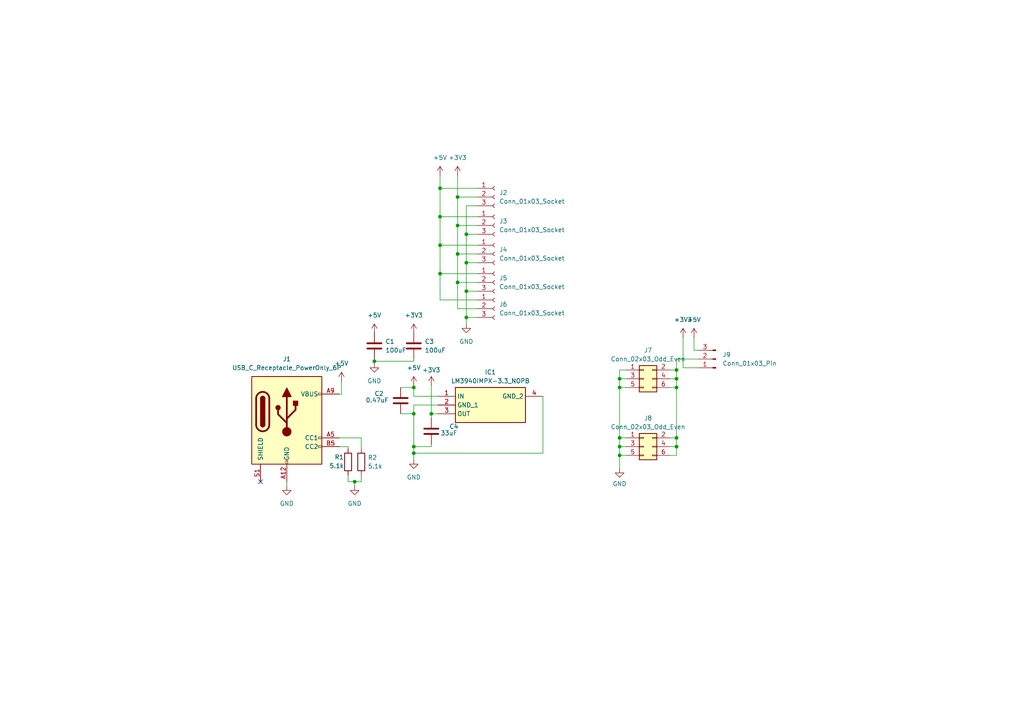
<source format=kicad_sch>
(kicad_sch (version 20231120) (generator "eeschema") (generator_version "8.0")
  (paper "A4")
  (lib_symbols
    (symbol "Connector:Conn_01x03_Pin" (pin_names (offset 1.016) hide)
      (property "Reference" "J" (at 0 5.08 0))
      (property "Value" "Conn_01x03_Pin" (at 0 -5.08 0))
      (symbol "Conn_01x03_Pin_1_1"
        (polyline (pts (xy 1.27 -2.54) (xy 0.8636 -2.54)) (stroke (width 0.1524)))
        (polyline (pts (xy 1.27 0) (xy 0.8636 0)) (stroke (width 0.1524)))
        (polyline (pts (xy 1.27 2.54) (xy 0.8636 2.54)) (stroke (width 0.1524)))
        (rectangle (start 0.8636 -2.413) (end 0 -2.667) (stroke (width 0.1524)) (fill (type outline)))
        (rectangle (start 0.8636 0.127) (end 0 -0.127) (stroke (width 0.1524)) (fill (type outline)))
        (rectangle (start 0.8636 2.667) (end 0 2.413) (stroke (width 0.1524)) (fill (type outline)))
        (pin passive line (at 5.08 2.54 180) (length 3.81) (name "Pin_1") (number "1"))
        (pin passive line (at 5.08 0 180) (length 3.81) (name "Pin_2") (number "2"))
        (pin passive line (at 5.08 -2.54 180) (length 3.81) (name "Pin_3") (number "3"))
      )
    )
    (symbol "Connector:Conn_01x03_Socket" (pin_names (offset 1.016) hide)
      (property "Reference" "J" (at 0 5.08 0))
      (property "Value" "Conn_01x03_Socket" (at 0 -5.08 0))
      (symbol "Conn_01x03_Socket_1_1"
        (arc (start 0 -2.032) (mid -0.5058 -2.54) (end 0 -3.048) (stroke (width 0.1524)))
        (polyline (pts (xy -1.27 -2.54) (xy -0.508 -2.54)) (stroke (width 0.1524)))
        (polyline (pts (xy -1.27 0) (xy -0.508 0)) (stroke (width 0.1524)))
        (polyline (pts (xy -1.27 2.54) (xy -0.508 2.54)) (stroke (width 0.1524)))
        (arc (start 0 0.508) (mid -0.5058 0) (end 0 -0.508) (stroke (width 0.1524)))
        (arc (start 0 3.048) (mid -0.5058 2.54) (end 0 2.032) (stroke (width 0.1524)))
        (pin passive line (at -5.08 2.54 0) (length 3.81) (name "Pin_1") (number "1"))
        (pin passive line (at -5.08 0 0) (length 3.81) (name "Pin_2") (number "2"))
        (pin passive line (at -5.08 -2.54 0) (length 3.81) (name "Pin_3") (number "3"))
      )
    )
    (symbol "Connector:USB_C_Receptacle_PowerOnly_6P" (pin_names (offset 1.016))
      (property "Reference" "J" (at 0 16.51 0))
      (property "Value" "USB_C_Receptacle_PowerOnly_6P" (at 0 13.97 0))
      (symbol "USB_C_Receptacle_PowerOnly_6P_0_0"
        (rectangle (start -0.254 -12.7) (end 0.254 -11.684))
        (rectangle (start 10.16 -7.366) (end 9.144 -7.874))
        (rectangle (start 10.16 -4.826) (end 9.144 -5.334))
        (rectangle (start 10.16 7.874) (end 9.144 7.366))
      )
      (symbol "USB_C_Receptacle_PowerOnly_6P_0_1"
        (rectangle (start -10.16 12.7) (end 10.16 -12.7) (stroke (width 0.254)) (fill (type background)))
        (arc (start -8.89 -1.27) (mid -6.985 -3.1667) (end -5.08 -1.27) (stroke (width 0.508)))
        (arc (start -7.62 -1.27) (mid -6.985 -1.9023) (end -6.35 -1.27) (stroke (width 0.254)))
        (arc (start -7.62 -1.27) (mid -6.985 -1.9023) (end -6.35 -1.27) (stroke (width 0.254)) (fill (type outline)))
        (rectangle (start -7.62 -1.27) (end -6.35 6.35) (stroke (width 0.254)) (fill (type outline)))
        (arc (start -6.35 6.35) (mid -6.985 6.9823) (end -7.62 6.35) (stroke (width 0.254)))
        (arc (start -6.35 6.35) (mid -6.985 6.9823) (end -7.62 6.35) (stroke (width 0.254)) (fill (type outline)))
        (arc (start -5.08 6.35) (mid -6.985 8.2467) (end -8.89 6.35) (stroke (width 0.508)))
        (circle (center -2.54 3.683) (radius 0.635) (stroke (width 0.254)) (fill (type outline)))
        (circle (center 0 -3.302) (radius 1.27) (fill (type outline)))
        (polyline (pts (xy -8.89 -1.27) (xy -8.89 6.35)) (stroke (width 0.508)))
        (polyline (pts (xy -5.08 6.35) (xy -5.08 -1.27)) (stroke (width 0.508)))
        (polyline (pts (xy 0 -3.302) (xy 0 6.858)) (stroke (width 0.508)))
        (polyline (pts (xy 0 -0.762) (xy -2.54 1.778) (xy -2.54 3.048)) (stroke (width 0.508)))
        (polyline (pts (xy 0 0.508) (xy 2.54 3.048) (xy 2.54 4.318)) (stroke (width 0.508)))
        (polyline (pts (xy -1.27 6.858) (xy 0 9.398) (xy 1.27 6.858) (xy -1.27 6.858)) (stroke (width 0.254)) (fill (type outline)))
        (rectangle (start 1.905 4.318) (end 3.175 5.588) (stroke (width 0.254)) (fill (type outline)))
      )
      (symbol "USB_C_Receptacle_PowerOnly_6P_1_1"
        (pin passive line (at 0 -17.78 90) (length 5.08) (name "GND") (number "A12"))
        (pin bidirectional line (at 15.24 -5.08 180) (length 5.08) (name "CC1") (number "A5"))
        (pin passive line (at 15.24 7.62 180) (length 5.08) (name "VBUS") (number "A9"))
        (pin passive line (at 0 -17.78 90) (length 5.08) hide (name "GND") (number "B12"))
        (pin bidirectional line (at 15.24 -7.62 180) (length 5.08) (name "CC2") (number "B5"))
        (pin passive line (at 15.24 7.62 180) (length 5.08) hide (name "VBUS") (number "B9"))
        (pin passive line (at -7.62 -17.78 90) (length 5.08) (name "SHIELD") (number "S1"))
      )
    )
    (symbol "Connector_Generic:Conn_02x03_Odd_Even" (pin_names (offset 1.016) hide)
      (property "Reference" "J" (at 1.27 5.08 0))
      (property "Value" "Conn_02x03_Odd_Even" (at 1.27 -5.08 0))
      (symbol "Conn_02x03_Odd_Even_1_1"
        (rectangle (start -1.27 -2.413) (end 0 -2.667) (stroke (width 0.1524)))
        (rectangle (start -1.27 0.127) (end 0 -0.127) (stroke (width 0.1524)))
        (rectangle (start -1.27 2.667) (end 0 2.413) (stroke (width 0.1524)))
        (rectangle (start -1.27 3.81) (end 3.81 -3.81) (stroke (width 0.254)) (fill (type background)))
        (rectangle (start 3.81 -2.413) (end 2.54 -2.667) (stroke (width 0.1524)))
        (rectangle (start 3.81 0.127) (end 2.54 -0.127) (stroke (width 0.1524)))
        (rectangle (start 3.81 2.667) (end 2.54 2.413) (stroke (width 0.1524)))
        (pin passive line (at -5.08 2.54 0) (length 3.81) (name "Pin_1") (number "1"))
        (pin passive line (at 7.62 2.54 180) (length 3.81) (name "Pin_2") (number "2"))
        (pin passive line (at -5.08 0 0) (length 3.81) (name "Pin_3") (number "3"))
        (pin passive line (at 7.62 0 180) (length 3.81) (name "Pin_4") (number "4"))
        (pin passive line (at -5.08 -2.54 0) (length 3.81) (name "Pin_5") (number "5"))
        (pin passive line (at 7.62 -2.54 180) (length 3.81) (name "Pin_6") (number "6"))
      )
    )
    (symbol "Device:C" (pin_numbers hide) (pin_names (offset 0.254))
      (property "Reference" "C" (at 0.635 2.54 0))
      (property "Value" "C" (at 0.635 -2.54 0))
      (symbol "C_0_1"
        (polyline (pts (xy -2.032 -0.762) (xy 2.032 -0.762)) (stroke (width 0.508)))
        (polyline (pts (xy -2.032 0.762) (xy 2.032 0.762)) (stroke (width 0.508)))
      )
      (symbol "C_1_1"
        (pin passive line (at 0 3.81 270) (length 2.794) (name "~") (number "1"))
        (pin passive line (at 0 -3.81 90) (length 2.794) (name "~") (number "2"))
      )
    )
    (symbol "Device:R" (pin_numbers hide) (pin_names (offset 0))
      (property "Reference" "R" (at 2.032 0 90))
      (property "Value" "R" (at 0 0 90))
      (symbol "R_0_1"
        (rectangle (start -1.016 -2.54) (end 1.016 2.54) (stroke (width 0.254)))
      )
      (symbol "R_1_1"
        (pin passive line (at 0 3.81 270) (length 1.27) (name "~") (number "1"))
        (pin passive line (at 0 -3.81 90) (length 1.27) (name "~") (number "2"))
      )
    )
    (symbol "LM3940IMPX-3_3_NOPB:LM3940IMPX-3.3_NOPB"
      (property "Reference" "IC" (at 26.67 7.62 0))
      (property "Value" "LM3940IMPX-3.3_NOPB" (at 26.67 5.08 0))
      (symbol "LM3940IMPX-3.3_NOPB_1_1"
        (rectangle (start 5.08 2.54) (end 25.4 -7.62) (stroke (width 0.254)) (fill (type background)))
        (pin passive line (at 0 0 0) (length 5.08) (name "IN") (number "1"))
        (pin passive line (at 0 -2.54 0) (length 5.08) (name "GND_1") (number "2"))
        (pin passive line (at 0 -5.08 0) (length 5.08) (name "OUT") (number "3"))
        (pin passive line (at 30.48 0 180) (length 5.08) (name "GND_2") (number "4"))
      )
    )
    (symbol "power:+3V3" (power) (pin_numbers hide) (pin_names (offset 0) hide)
      (property "Value" "+3V3" (at 0 3.556 0))
      (symbol "+3V3_0_1"
        (polyline (pts (xy -0.762 1.27) (xy 0 2.54)))
        (polyline (pts (xy 0 0) (xy 0 2.54)))
        (polyline (pts (xy 0 2.54) (xy 0.762 1.27)))
      )
      (symbol "+3V3_1_1"
        (pin power_in line (at 0 0 90) (length 0) (name "~") (number "1"))
      )
    )
    (symbol "power:+5V" (power) (pin_numbers hide) (pin_names (offset 0) hide)
      (property "Value" "+5V" (at 0 3.556 0))
      (symbol "+5V_0_1"
        (polyline (pts (xy -0.762 1.27) (xy 0 2.54)))
        (polyline (pts (xy 0 0) (xy 0 2.54)))
        (polyline (pts (xy 0 2.54) (xy 0.762 1.27)))
      )
      (symbol "+5V_1_1"
        (pin power_in line (at 0 0 90) (length 0) (name "~") (number "1"))
      )
    )
    (symbol "power:GND" (power) (pin_numbers hide) (pin_names (offset 0) hide)
      (property "Value" "GND" (at 0 -3.81 0))
      (symbol "GND_0_1"
        (polyline (pts (xy 0 0) (xy 0 -1.27) (xy 1.27 -1.27) (xy 0 -2.54) (xy -1.27 -1.27) (xy 0 -1.27)))
      )
      (symbol "GND_1_1"
        (pin power_in line (at 0 0 270) (length 0) (name "~") (number "1"))
      )
    )
  )
  (junction (at 179.705 112.395))
  (junction (at 135.255 76.2))
  (junction (at 127.635 62.865))
  (junction (at 127.635 79.375))
  (junction (at 179.705 109.855))
  (junction (at 125.095 120.015))
  (junction (at 132.715 81.915))
  (junction (at 102.87 139.7))
  (junction (at 179.705 132.08))
  (junction (at 132.715 73.66))
  (junction (at 127.635 54.61))
  (junction (at 196.215 127))
  (junction (at 135.255 84.455))
  (junction (at 135.255 67.945))
  (junction (at 120.015 112.395))
  (junction (at 108.585 104.775))
  (junction (at 120.015 120.015))
  (junction (at 196.215 112.395))
  (junction (at 132.715 57.15))
  (junction (at 196.215 129.54))
  (junction (at 120.015 129.54))
  (junction (at 135.255 92.075))
  (junction (at 196.215 109.855))
  (junction (at 196.215 107.315))
  (junction (at 179.705 129.54))
  (junction (at 179.705 127))
  (junction (at 127.635 71.12))
  (junction (at 132.715 65.405))
  (junction (at 120.015 131.445))
  (no_connect (at 75.565 139.7))
  (wire (pts (xy 127.635 79.375) (xy 127.635 86.995)))
  (wire (pts (xy 196.215 109.855) (xy 196.215 107.315)))
  (wire (pts (xy 135.255 67.945) (xy 138.43 67.945)))
  (wire (pts (xy 135.255 76.2) (xy 138.43 76.2)))
  (wire (pts (xy 127.635 79.375) (xy 138.43 79.375)))
  (wire (pts (xy 100.965 139.7) (xy 102.87 139.7)))
  (wire (pts (xy 157.48 131.445) (xy 157.48 114.935)))
  (wire (pts (xy 100.965 129.54) (xy 100.965 130.175)))
  (wire (pts (xy 202.565 101.6) (xy 201.295 101.6)))
  (wire (pts (xy 179.705 135.89) (xy 179.705 132.08)))
  (wire (pts (xy 132.715 65.405) (xy 138.43 65.405)))
  (wire (pts (xy 102.87 139.7) (xy 104.775 139.7)))
  (wire (pts (xy 83.185 139.7) (xy 83.185 140.97)))
  (wire (pts (xy 179.705 112.395) (xy 179.705 109.855)))
  (wire (pts (xy 99.06 114.3) (xy 98.425 114.3)))
  (wire (pts (xy 132.715 57.15) (xy 132.715 65.405)))
  (wire (pts (xy 135.255 92.075) (xy 138.43 92.075)))
  (wire (pts (xy 127.635 62.865) (xy 138.43 62.865)))
  (wire (pts (xy 120.015 112.395) (xy 120.015 114.935)))
  (wire (pts (xy 120.015 129.54) (xy 125.095 129.54)))
  (wire (pts (xy 196.215 107.315) (xy 194.31 107.315)))
  (wire (pts (xy 127.635 54.61) (xy 127.635 62.865)))
  (wire (pts (xy 135.255 76.2) (xy 135.255 67.945)))
  (wire (pts (xy 132.715 57.15) (xy 138.43 57.15)))
  (wire (pts (xy 102.87 140.97) (xy 102.87 139.7)))
  (wire (pts (xy 132.715 81.915) (xy 138.43 81.915)))
  (wire (pts (xy 196.215 129.54) (xy 194.31 129.54)))
  (wire (pts (xy 99.06 110.49) (xy 99.06 114.3)))
  (wire (pts (xy 125.095 111.76) (xy 125.095 120.015)))
  (wire (pts (xy 98.425 127) (xy 104.775 127)))
  (wire (pts (xy 194.31 109.855) (xy 196.215 109.855)))
  (wire (pts (xy 125.095 121.285) (xy 125.095 120.015)))
  (wire (pts (xy 194.31 112.395) (xy 196.215 112.395)))
  (wire (pts (xy 135.255 93.98) (xy 135.255 92.075)))
  (wire (pts (xy 116.205 120.015) (xy 120.015 120.015)))
  (wire (pts (xy 127.635 62.865) (xy 127.635 71.12)))
  (wire (pts (xy 120.015 117.475) (xy 127 117.475)))
  (wire (pts (xy 132.715 89.535) (xy 138.43 89.535)))
  (wire (pts (xy 108.585 104.775) (xy 120.015 104.775)))
  (wire (pts (xy 132.715 81.915) (xy 132.715 89.535)))
  (wire (pts (xy 202.565 106.68) (xy 198.12 106.68)))
  (wire (pts (xy 196.215 127) (xy 196.215 129.54)))
  (wire (pts (xy 135.255 92.075) (xy 135.255 84.455)))
  (wire (pts (xy 127.635 71.12) (xy 127.635 79.375)))
  (wire (pts (xy 135.255 59.69) (xy 138.43 59.69)))
  (wire (pts (xy 196.215 127) (xy 194.31 127)))
  (wire (pts (xy 120.015 120.015) (xy 120.015 117.475)))
  (wire (pts (xy 179.705 129.54) (xy 179.705 127)))
  (wire (pts (xy 202.565 104.14) (xy 196.215 104.14)))
  (wire (pts (xy 120.015 131.445) (xy 120.015 129.54)))
  (wire (pts (xy 135.255 84.455) (xy 138.43 84.455)))
  (wire (pts (xy 135.255 84.455) (xy 135.255 76.2)))
  (wire (pts (xy 196.215 104.14) (xy 196.215 107.315)))
  (wire (pts (xy 108.585 105.41) (xy 108.585 104.775)))
  (wire (pts (xy 196.215 129.54) (xy 196.215 132.08)))
  (wire (pts (xy 132.715 65.405) (xy 132.715 73.66)))
  (wire (pts (xy 120.015 111.76) (xy 120.015 112.395)))
  (wire (pts (xy 196.215 112.395) (xy 196.215 109.855)))
  (wire (pts (xy 98.425 129.54) (xy 100.965 129.54)))
  (wire (pts (xy 196.215 112.395) (xy 196.215 127)))
  (wire (pts (xy 120.015 104.775) (xy 120.015 104.14)))
  (wire (pts (xy 179.705 112.395) (xy 181.61 112.395)))
  (wire (pts (xy 179.705 107.315) (xy 181.61 107.315)))
  (wire (pts (xy 104.775 127) (xy 104.775 130.175)))
  (wire (pts (xy 135.255 67.945) (xy 135.255 59.69)))
  (wire (pts (xy 132.715 73.66) (xy 138.43 73.66)))
  (wire (pts (xy 201.295 97.79) (xy 201.295 101.6)))
  (wire (pts (xy 120.015 131.445) (xy 157.48 131.445)))
  (wire (pts (xy 116.205 112.395) (xy 120.015 112.395)))
  (wire (pts (xy 120.015 129.54) (xy 120.015 120.015)))
  (wire (pts (xy 179.705 132.08) (xy 181.61 132.08)))
  (wire (pts (xy 100.965 137.795) (xy 100.965 139.7)))
  (wire (pts (xy 132.715 50.8) (xy 132.715 57.15)))
  (wire (pts (xy 120.015 133.35) (xy 120.015 131.445)))
  (wire (pts (xy 179.705 127) (xy 179.705 112.395)))
  (wire (pts (xy 127 120.015) (xy 125.095 120.015)))
  (wire (pts (xy 120.015 114.935) (xy 127 114.935)))
  (wire (pts (xy 179.705 127) (xy 181.61 127)))
  (wire (pts (xy 127.635 54.61) (xy 138.43 54.61)))
  (wire (pts (xy 179.705 109.855) (xy 179.705 107.315)))
  (wire (pts (xy 125.095 129.54) (xy 125.095 128.905)))
  (wire (pts (xy 196.215 132.08) (xy 194.31 132.08)))
  (wire (pts (xy 104.775 139.7) (xy 104.775 137.795)))
  (wire (pts (xy 198.12 97.79) (xy 198.12 106.68)))
  (wire (pts (xy 127.635 50.8) (xy 127.635 54.61)))
  (wire (pts (xy 127.635 71.12) (xy 138.43 71.12)))
  (wire (pts (xy 132.715 73.66) (xy 132.715 81.915)))
  (wire (pts (xy 179.705 129.54) (xy 181.61 129.54)))
  (wire (pts (xy 179.705 109.855) (xy 181.61 109.855)))
  (wire (pts (xy 179.705 132.08) (xy 179.705 129.54)))
  (wire (pts (xy 127.635 86.995) (xy 138.43 86.995)))
  (wire (pts (xy 108.585 104.775) (xy 108.585 104.14)))
  (symbol (lib_id "Connector:Conn_01x03_Socket") (at 143.51 81.915 0) (unit 1)
    (property "Reference" "J5" (at 144.78 80.6449 0) (effects (justify left)))
    (property "Value" "Conn_01x03_Socket" (at 144.78 83.1849 0) (effects (justify left)))
    (property "Footprint" "Connector_JST:JST_EH_B3B-EH-A_1x03_P2.50mm_Vertical" (effects (hide yes)))
    (property "Description" "Generic connector, single row, 01x03, script generated" (effects (hide yes)))
  )
  (symbol (lib_id "Connector:Conn_01x03_Socket") (at 143.51 89.535 0) (unit 1)
    (property "Reference" "J6" (at 144.78 88.2649 0) (effects (justify left)))
    (property "Value" "Conn_01x03_Socket" (at 144.78 90.8049 0) (effects (justify left)))
    (property "Footprint" "Connector_JST:JST_EH_B3B-EH-A_1x03_P2.50mm_Vertical" (effects (hide yes)))
    (property "Description" "Generic connector, single row, 01x03, script generated" (effects (hide yes)))
  )
  (symbol (lib_id "power:GND") (at 179.705 135.89 0) (unit 1)
    (property "Reference" "#PWR013" (effects (hide yes)))
    (property "Value" "GND" (at 179.705 140.335 0))
    (property "Description" "Power symbol creates a global label with name \"GND\" , ground" (effects (hide yes)))
  )
  (symbol (lib_id "Connector_Generic:Conn_02x03_Odd_Even") (at 186.69 129.54 0) (unit 1)
    (property "Reference" "J8" (at 187.96 121.285 0))
    (property "Value" "Conn_02x03_Odd_Even" (at 187.96 123.825 0))
    (property "Footprint" "Connector_PinHeader_2.54mm:PinHeader_2x03_P2.54mm_Vertical" (effects (hide yes)))
    (property "Description" "Generic connector, double row, 02x03, odd/even pin numbering scheme (row 1 odd numbers, row 2 even numbers), script generated (kicad-library-utils/schlib/autogen/connector/)" (effects (hide yes)))
  )
  (symbol (lib_id "Device:R") (at 104.775 133.985 0) (unit 1)
    (property "Reference" "R2" (at 106.68 132.7149 0) (effects (justify left)))
    (property "Value" "5.1k" (at 106.68 135.2549 0) (effects (justify left)))
    (property "Footprint" "Resistor_SMD:R_0603_1608Metric" (effects (hide yes)))
    (property "Description" "Resistor" (effects (hide yes)))
  )
  (symbol (lib_id "Connector_Generic:Conn_02x03_Odd_Even") (at 186.69 109.855 0) (unit 1)
    (property "Reference" "J7" (at 187.96 101.6 0))
    (property "Value" "Conn_02x03_Odd_Even" (at 187.96 104.14 0))
    (property "Footprint" "Connector_PinHeader_2.54mm:PinHeader_2x03_P2.54mm_Vertical" (effects (hide yes)))
    (property "Description" "Generic connector, double row, 02x03, odd/even pin numbering scheme (row 1 odd numbers, row 2 even numbers), script generated (kicad-library-utils/schlib/autogen/connector/)" (effects (hide yes)))
  )
  (symbol (lib_id "power:+5V") (at 127.635 50.8 0) (unit 1)
    (property "Reference" "#PWR010" (effects (hide yes)))
    (property "Value" "+5V" (at 127.635 45.72 0))
    (property "Description" "Power symbol creates a global label with name \"+5V\"" (effects (hide yes)))
  )
  (symbol (lib_id "power:GND") (at 83.185 140.97 0) (unit 1)
    (property "Reference" "#PWR01" (effects (hide yes)))
    (property "Value" "GND" (at 83.185 146.05 0))
    (property "Description" "Power symbol creates a global label with name \"GND\" , ground" (effects (hide yes)))
  )
  (symbol (lib_id "power:+3V3") (at 120.015 96.52 0) (unit 1)
    (property "Reference" "#PWR06" (effects (hide yes)))
    (property "Value" "+3V3" (at 120.015 91.44 0))
    (property "Description" "Power symbol creates a global label with name \"+3V3\"" (effects (hide yes)))
  )
  (symbol (lib_id "power:+5V") (at 201.295 97.79 0) (unit 1)
    (property "Reference" "#PWR015" (effects (hide yes)))
    (property "Value" "+5V" (at 201.295 92.71 0))
    (property "Description" "Power symbol creates a global label with name \"+5V\"" (effects (hide yes)))
  )
  (symbol (lib_id "power:GND") (at 108.585 105.41 0) (unit 1)
    (property "Reference" "#PWR05" (effects (hide yes)))
    (property "Value" "GND" (at 108.585 110.49 0))
    (property "Description" "Power symbol creates a global label with name \"GND\" , ground" (effects (hide yes)))
  )
  (symbol (lib_id "Connector:USB_C_Receptacle_PowerOnly_6P") (at 83.185 121.92 0) (unit 1)
    (property "Reference" "J1" (at 83.185 104.14 0))
    (property "Value" "USB_C_Receptacle_PowerOnly_6P" (at 83.185 106.68 0))
    (property "Footprint" "Connector_USB:USB_C_Receptacle_GCT_USB4125-xx-x-0190_6P_TopMnt_Horizontal" (effects (hide yes)))
    (property "Datasheet" "https://www.usb.org/sites/default/files/documents/usb_type-c.zip" (effects (hide yes)))
    (property "Description" "USB Power-Only 6P Type-C Receptacle connector" (effects (hide yes)))
  )
  (symbol (lib_id "power:+3V3") (at 125.095 111.76 0) (unit 1)
    (property "Reference" "#PWR09" (effects (hide yes)))
    (property "Value" "+3V3" (at 125.095 107.315 0))
    (property "Description" "Power symbol creates a global label with name \"+3V3\"" (effects (hide yes)))
  )
  (symbol (lib_id "Connector:Conn_01x03_Socket") (at 143.51 73.66 0) (unit 1)
    (property "Reference" "J4" (at 144.78 72.3899 0) (effects (justify left)))
    (property "Value" "Conn_01x03_Socket" (at 144.78 74.9299 0) (effects (justify left)))
    (property "Footprint" "Connector_JST:JST_EH_B3B-EH-A_1x03_P2.50mm_Vertical" (effects (hide yes)))
    (property "Description" "Generic connector, single row, 01x03, script generated" (effects (hide yes)))
  )
  (symbol (lib_id "power:+5V") (at 108.585 96.52 0) (unit 1)
    (property "Reference" "#PWR04" (effects (hide yes)))
    (property "Value" "+5V" (at 108.585 91.44 0))
    (property "Description" "Power symbol creates a global label with name \"+5V\"" (effects (hide yes)))
  )
  (symbol (lib_id "power:+3V3") (at 198.12 97.79 0) (unit 1)
    (property "Reference" "#PWR014" (effects (hide yes)))
    (property "Value" "+3V3" (at 198.12 92.71 0))
    (property "Description" "Power symbol creates a global label with name \"+3V3\"" (effects (hide yes)))
  )
  (symbol (lib_id "Connector:Conn_01x03_Socket") (at 143.51 65.405 0) (unit 1)
    (property "Reference" "J3" (at 144.78 64.1349 0) (effects (justify left)))
    (property "Value" "Conn_01x03_Socket" (at 144.78 66.6749 0) (effects (justify left)))
    (property "Footprint" "Connector_JST:JST_EH_B3B-EH-A_1x03_P2.50mm_Vertical" (effects (hide yes)))
    (property "Description" "Generic connector, single row, 01x03, script generated" (effects (hide yes)))
  )
  (symbol (lib_id "power:+5V") (at 99.06 110.49 0) (unit 1)
    (property "Reference" "#PWR02" (effects (hide yes)))
    (property "Value" "+5V" (at 99.06 105.41 0))
    (property "Description" "Power symbol creates a global label with name \"+5V\"" (effects (hide yes)))
  )
  (symbol (lib_id "power:GND") (at 135.255 93.98 0) (unit 1)
    (property "Reference" "#PWR012" (effects (hide yes)))
    (property "Value" "GND" (at 135.255 99.06 0))
    (property "Description" "Power symbol creates a global label with name \"GND\" , ground" (effects (hide yes)))
  )
  (symbol (lib_id "Device:C") (at 125.095 125.095 0) (unit 1)
    (property "Reference" "C4" (at 130.302 123.698 0) (effects (justify left)))
    (property "Value" "33uF" (at 127.762 125.603 0) (effects (justify left)))
    (property "Footprint" "Capacitor_SMD:C_0603_1608Metric" (effects (hide yes)))
    (property "Description" "Unpolarized capacitor" (effects (hide yes)))
  )
  (symbol (lib_id "power:+3V3") (at 132.715 50.8 0) (unit 1)
    (property "Reference" "#PWR011" (effects (hide yes)))
    (property "Value" "+3V3" (at 132.715 45.72 0))
    (property "Description" "Power symbol creates a global label with name \"+3V3\"" (effects (hide yes)))
  )
  (symbol (lib_id "Device:C") (at 108.585 100.33 0) (unit 1)
    (property "Reference" "C1" (at 111.76 99.0599 0) (effects (justify left)))
    (property "Value" "100uF" (at 111.76 101.5999 0) (effects (justify left)))
    (property "Footprint" "Capacitor_SMD:CP_Elec_5x5.3" (effects (hide yes)))
    (property "Description" "Unpolarized capacitor" (effects (hide yes)))
  )
  (symbol (lib_id "Device:R") (at 100.965 133.985 0) (unit 1)
    (property "Reference" "R1" (at 97.028 132.588 0) (effects (justify left)))
    (property "Value" "5.1k" (at 95.504 135.128 0) (effects (justify left)))
    (property "Footprint" "Resistor_SMD:R_0603_1608Metric" (effects (hide yes)))
    (property "Description" "Resistor" (effects (hide yes)))
  )
  (symbol (lib_id "Connector:Conn_01x03_Pin") (at 207.645 104.14 180) (unit 1)
    (property "Reference" "J9" (at 209.55 102.8699 0) (effects (justify right)))
    (property "Value" "Conn_01x03_Pin" (at 209.55 105.4099 0) (effects (justify right)))
    (property "Footprint" "Connector_PinHeader_2.54mm:PinHeader_1x03_P2.54mm_Vertical" (effects (hide yes)))
    (property "Description" "Generic connector, single row, 01x03, script generated" (effects (hide yes)))
  )
  (symbol (lib_id "power:GND") (at 120.015 133.35 0) (unit 1)
    (property "Reference" "#PWR08" (effects (hide yes)))
    (property "Value" "GND" (at 120.015 138.43 0))
    (property "Description" "Power symbol creates a global label with name \"GND\" , ground" (effects (hide yes)))
  )
  (symbol (lib_id "LM3940IMPX-3_3_NOPB:LM3940IMPX-3.3_NOPB") (at 127 114.935 0) (unit 1)
    (property "Reference" "IC1" (at 142.24 107.95 0))
    (property "Value" "LM3940IMPX-3.3_NOPB" (at 142.24 110.49 0))
    (property "Footprint" "Package_TO_SOT_SMD:SOT-223" (effects (hide yes)))
    (property "Datasheet" "http://www.ti.com/lit/ds/symlink/lm3940.pdf" (effects (hide yes)))
    (property "Description" "LDO Voltage Regulators 1A Low Dropout Regulator for 5V to 3.3V Conversion 4-SOT-223 -40 to 125" (effects (hide yes)))
    (property "Height" "1.8" (effects (hide yes)))
    (property "Mouser Part Number" "926-LM3940IMPX33NOPB" (effects (hide yes)))
    (property "Mouser Price/Stock" "https://www.mouser.co.uk/ProductDetail/Texas-Instruments/LM3940IMPX-3.3-NOPB?qs=QbsRYf82W3FUgXR%252BoLZPCw%3D%3D" (effects (hide yes)))
    (property "Manufacturer_Name" "Texas Instruments" (effects (hide yes)))
    (property "Manufacturer_Part_Number" "LM3940IMPX-3.3/NOPB" (effects (hide yes)))
  )
  (symbol (lib_id "power:GND") (at 102.87 140.97 0) (unit 1)
    (property "Reference" "#PWR03" (effects (hide yes)))
    (property "Value" "GND" (at 102.87 146.05 0))
    (property "Description" "Power symbol creates a global label with name \"GND\" , ground" (effects (hide yes)))
  )
  (symbol (lib_id "Device:C") (at 116.205 116.205 0) (unit 1)
    (property "Reference" "C2" (at 108.585 114.173 0) (effects (justify left)))
    (property "Value" "0.47uF" (at 106.045 116.078 0) (effects (justify left)))
    (property "Footprint" "Capacitor_SMD:C_0603_1608Metric" (effects (hide yes)))
    (property "Description" "Unpolarized capacitor" (effects (hide yes)))
  )
  (symbol (lib_id "power:+5V") (at 120.015 111.76 0) (unit 1)
    (property "Reference" "#PWR07" (effects (hide yes)))
    (property "Value" "+5V" (at 120.015 106.68 0))
    (property "Description" "Power symbol creates a global label with name \"+5V\"" (effects (hide yes)))
  )
  (symbol (lib_id "Connector:Conn_01x03_Socket") (at 143.51 57.15 0) (unit 1)
    (property "Reference" "J2" (at 144.78 55.8799 0) (effects (justify left)))
    (property "Value" "Conn_01x03_Socket" (at 144.78 58.4199 0) (effects (justify left)))
    (property "Footprint" "Connector_JST:JST_EH_B3B-EH-A_1x03_P2.50mm_Vertical" (effects (hide yes)))
    (property "Description" "Generic connector, single row, 01x03, script generated" (effects (hide yes)))
  )
  (symbol (lib_id "Device:C") (at 120.015 100.33 0) (unit 1)
    (property "Reference" "C3" (at 123.19 99.0599 0) (effects (justify left)))
    (property "Value" "100uF" (at 123.19 101.5999 0) (effects (justify left)))
    (property "Footprint" "Capacitor_SMD:CP_Elec_5x5.3" (effects (hide yes)))
    (property "Description" "Unpolarized capacitor" (effects (hide yes)))
  )
)
</source>
